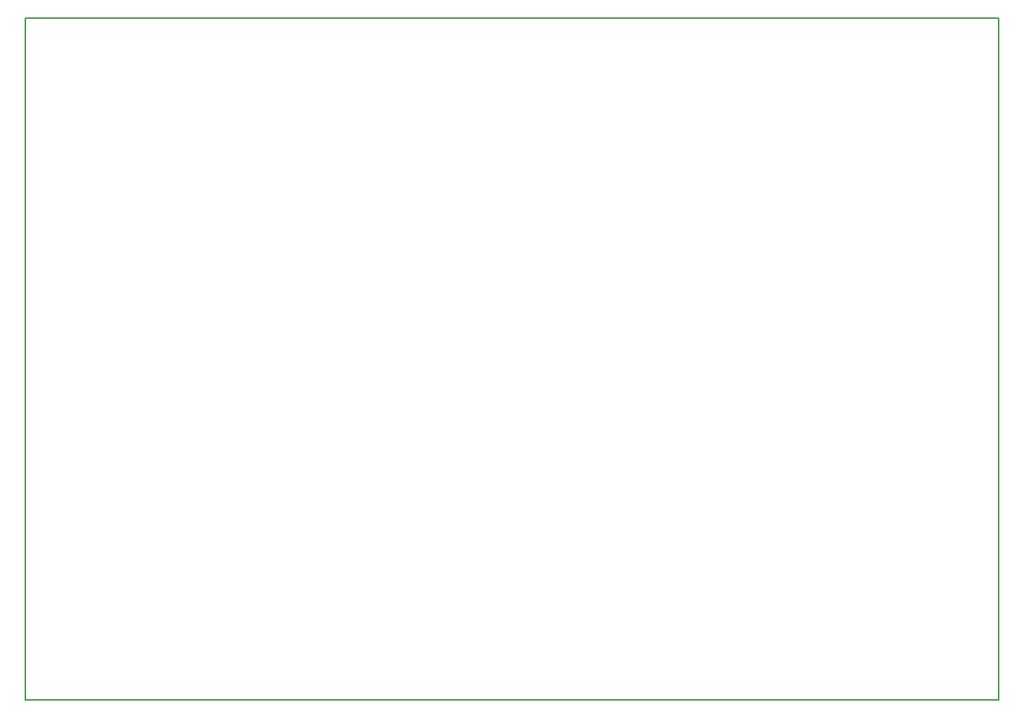
<source format=gbo>
G04 MADE WITH FRITZING*
G04 WWW.FRITZING.ORG*
G04 DOUBLE SIDED*
G04 HOLES PLATED*
G04 CONTOUR ON CENTER OF CONTOUR VECTOR*
%ASAXBY*%
%FSLAX23Y23*%
%MOIN*%
%OFA0B0*%
%SFA1.0B1.0*%
%ADD10R,4.488200X3.149610X4.472200X3.133610*%
%ADD11C,0.008000*%
%LNSILK0*%
G90*
G70*
G54D11*
X4Y3146D02*
X4484Y3146D01*
X4484Y4D01*
X4Y4D01*
X4Y3146D01*
D02*
G04 End of Silk0*
M02*
</source>
